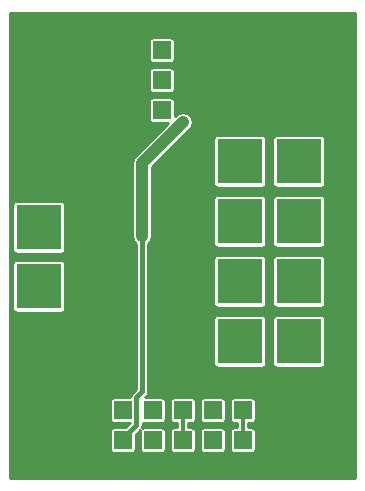
<source format=gbr>
G04 #@! TF.FileFunction,Copper,L1,Top,Signal*
%FSLAX46Y46*%
G04 Gerber Fmt 4.6, Leading zero omitted, Abs format (unit mm)*
G04 Created by KiCad (PCBNEW (2015-05-13 BZR 5653)-product) date 7. 1. 2016 11:06:17*
%MOMM*%
G01*
G04 APERTURE LIST*
%ADD10C,0.300000*%
%ADD11R,1.524000X1.524000*%
%ADD12R,3.810000X3.810000*%
%ADD13C,6.000000*%
%ADD14C,0.500000*%
%ADD15C,0.600000*%
%ADD16C,0.400000*%
%ADD17C,1.000000*%
%ADD18C,0.254000*%
G04 APERTURE END LIST*
D10*
D11*
X10922000Y34290000D03*
X10922000Y36830000D03*
X13462000Y34290000D03*
X13462000Y36830000D03*
X16002000Y34290000D03*
X16002000Y36830000D03*
X12700000Y3810000D03*
X12700000Y6350000D03*
X17780000Y3810000D03*
X17780000Y6350000D03*
X15240000Y3810000D03*
X15240000Y6350000D03*
X20320000Y3810000D03*
X20320000Y6350000D03*
X10160000Y6350000D03*
X10160000Y3810000D03*
D12*
X25066000Y27432000D03*
X20066000Y27432000D03*
X25066000Y22352000D03*
X20066000Y22352000D03*
X25066000Y17272000D03*
X20066000Y17272000D03*
X25066000Y12192000D03*
X20066000Y12192000D03*
X3048000Y16844000D03*
X3048000Y21844000D03*
X8128000Y16844000D03*
X8128000Y21844000D03*
D13*
X5080000Y35560000D03*
X25400000Y5080000D03*
X5080000Y5080000D03*
X25400000Y35560000D03*
D14*
X14224000Y18604000D03*
X14224000Y20004000D03*
X14224000Y19304000D03*
D11*
X13462000Y31750000D03*
D15*
X11811000Y21082000D03*
X15245627Y30739627D03*
X13716000Y21336000D03*
X13716000Y22225000D03*
X13716000Y22987000D03*
X7620000Y29337000D03*
X5969000Y28956000D03*
X5842000Y26797000D03*
X7620000Y26924000D03*
X6858000Y28067000D03*
X14478000Y16637000D03*
X14478000Y14732000D03*
X14605000Y12192000D03*
X20193000Y32639000D03*
X28829000Y30734000D03*
X28829000Y31750000D03*
X28829000Y32766000D03*
D16*
X11811000Y7959002D02*
X11322001Y7470003D01*
X11811000Y21082000D02*
X11811000Y7959002D01*
X10292034Y4064000D02*
X11322000Y5093966D01*
X10160000Y4064000D02*
X10292034Y4064000D01*
X11322001Y7470003D02*
X11322000Y5093966D01*
D17*
X11811000Y27305000D02*
X11811000Y21082000D01*
X15245627Y30739627D02*
X11811000Y27305000D01*
D16*
X14224000Y20828000D02*
X13716000Y21336000D01*
X14224000Y20004000D02*
X14224000Y20828000D01*
X13716000Y22225000D02*
X13716000Y22987000D01*
X6350000Y29337000D02*
X5969000Y28956000D01*
X7620000Y29337000D02*
X6350000Y29337000D01*
X7493000Y26797000D02*
X7620000Y26924000D01*
X5842000Y26797000D02*
X7493000Y26797000D01*
X14224000Y16891000D02*
X14478000Y16637000D01*
X14224000Y18604000D02*
X14224000Y16891000D01*
X14478000Y12319000D02*
X14605000Y12192000D01*
X14478000Y14732000D02*
X14478000Y12319000D01*
X22098000Y30734000D02*
X28829000Y30734000D01*
X20193000Y32639000D02*
X22098000Y30734000D01*
X28829000Y31750000D02*
X28829000Y32766000D01*
D10*
X15240000Y6350000D02*
X15240000Y3810000D01*
X20320000Y3810000D02*
X20320000Y6350000D01*
D18*
G36*
X29849000Y631000D02*
X27304406Y631000D01*
X27304406Y10287000D01*
X27304406Y14097000D01*
X27304406Y15367000D01*
X27304406Y19177000D01*
X27304406Y20447000D01*
X27304406Y24257000D01*
X27304406Y25527000D01*
X27304406Y29337000D01*
X27280215Y29461684D01*
X27208229Y29571270D01*
X27099555Y29644625D01*
X26971000Y29670406D01*
X23161000Y29670406D01*
X23036316Y29646215D01*
X22926730Y29574229D01*
X22853375Y29465555D01*
X22827594Y29337000D01*
X22827594Y25527000D01*
X22851785Y25402316D01*
X22923771Y25292730D01*
X23032445Y25219375D01*
X23161000Y25193594D01*
X26971000Y25193594D01*
X27095684Y25217785D01*
X27205270Y25289771D01*
X27278625Y25398445D01*
X27304406Y25527000D01*
X27304406Y24257000D01*
X27280215Y24381684D01*
X27208229Y24491270D01*
X27099555Y24564625D01*
X26971000Y24590406D01*
X23161000Y24590406D01*
X23036316Y24566215D01*
X22926730Y24494229D01*
X22853375Y24385555D01*
X22827594Y24257000D01*
X22827594Y20447000D01*
X22851785Y20322316D01*
X22923771Y20212730D01*
X23032445Y20139375D01*
X23161000Y20113594D01*
X26971000Y20113594D01*
X27095684Y20137785D01*
X27205270Y20209771D01*
X27278625Y20318445D01*
X27304406Y20447000D01*
X27304406Y19177000D01*
X27280215Y19301684D01*
X27208229Y19411270D01*
X27099555Y19484625D01*
X26971000Y19510406D01*
X23161000Y19510406D01*
X23036316Y19486215D01*
X22926730Y19414229D01*
X22853375Y19305555D01*
X22827594Y19177000D01*
X22827594Y15367000D01*
X22851785Y15242316D01*
X22923771Y15132730D01*
X23032445Y15059375D01*
X23161000Y15033594D01*
X26971000Y15033594D01*
X27095684Y15057785D01*
X27205270Y15129771D01*
X27278625Y15238445D01*
X27304406Y15367000D01*
X27304406Y14097000D01*
X27280215Y14221684D01*
X27208229Y14331270D01*
X27099555Y14404625D01*
X26971000Y14430406D01*
X23161000Y14430406D01*
X23036316Y14406215D01*
X22926730Y14334229D01*
X22853375Y14225555D01*
X22827594Y14097000D01*
X22827594Y10287000D01*
X22851785Y10162316D01*
X22923771Y10052730D01*
X23032445Y9979375D01*
X23161000Y9953594D01*
X26971000Y9953594D01*
X27095684Y9977785D01*
X27205270Y10049771D01*
X27278625Y10158445D01*
X27304406Y10287000D01*
X27304406Y631000D01*
X22304406Y631000D01*
X22304406Y10287000D01*
X22304406Y14097000D01*
X22304406Y15367000D01*
X22304406Y19177000D01*
X22304406Y20447000D01*
X22304406Y24257000D01*
X22304406Y25527000D01*
X22304406Y29337000D01*
X22280215Y29461684D01*
X22208229Y29571270D01*
X22099555Y29644625D01*
X21971000Y29670406D01*
X18161000Y29670406D01*
X18036316Y29646215D01*
X17926730Y29574229D01*
X17853375Y29465555D01*
X17827594Y29337000D01*
X17827594Y25527000D01*
X17851785Y25402316D01*
X17923771Y25292730D01*
X18032445Y25219375D01*
X18161000Y25193594D01*
X21971000Y25193594D01*
X22095684Y25217785D01*
X22205270Y25289771D01*
X22278625Y25398445D01*
X22304406Y25527000D01*
X22304406Y24257000D01*
X22280215Y24381684D01*
X22208229Y24491270D01*
X22099555Y24564625D01*
X21971000Y24590406D01*
X18161000Y24590406D01*
X18036316Y24566215D01*
X17926730Y24494229D01*
X17853375Y24385555D01*
X17827594Y24257000D01*
X17827594Y20447000D01*
X17851785Y20322316D01*
X17923771Y20212730D01*
X18032445Y20139375D01*
X18161000Y20113594D01*
X21971000Y20113594D01*
X22095684Y20137785D01*
X22205270Y20209771D01*
X22278625Y20318445D01*
X22304406Y20447000D01*
X22304406Y19177000D01*
X22280215Y19301684D01*
X22208229Y19411270D01*
X22099555Y19484625D01*
X21971000Y19510406D01*
X18161000Y19510406D01*
X18036316Y19486215D01*
X17926730Y19414229D01*
X17853375Y19305555D01*
X17827594Y19177000D01*
X17827594Y15367000D01*
X17851785Y15242316D01*
X17923771Y15132730D01*
X18032445Y15059375D01*
X18161000Y15033594D01*
X21971000Y15033594D01*
X22095684Y15057785D01*
X22205270Y15129771D01*
X22278625Y15238445D01*
X22304406Y15367000D01*
X22304406Y14097000D01*
X22280215Y14221684D01*
X22208229Y14331270D01*
X22099555Y14404625D01*
X21971000Y14430406D01*
X18161000Y14430406D01*
X18036316Y14406215D01*
X17926730Y14334229D01*
X17853375Y14225555D01*
X17827594Y14097000D01*
X17827594Y10287000D01*
X17851785Y10162316D01*
X17923771Y10052730D01*
X18032445Y9979375D01*
X18161000Y9953594D01*
X21971000Y9953594D01*
X22095684Y9977785D01*
X22205270Y10049771D01*
X22278625Y10158445D01*
X22304406Y10287000D01*
X22304406Y631000D01*
X21415406Y631000D01*
X21415406Y3048000D01*
X21415406Y4572000D01*
X21391215Y4696684D01*
X21319229Y4806270D01*
X21210555Y4879625D01*
X21082000Y4905406D01*
X20797000Y4905406D01*
X20797000Y5254594D01*
X21082000Y5254594D01*
X21206684Y5278785D01*
X21316270Y5350771D01*
X21389625Y5459445D01*
X21415406Y5588000D01*
X21415406Y7112000D01*
X21391215Y7236684D01*
X21319229Y7346270D01*
X21210555Y7419625D01*
X21082000Y7445406D01*
X19558000Y7445406D01*
X19433316Y7421215D01*
X19323730Y7349229D01*
X19250375Y7240555D01*
X19224594Y7112000D01*
X19224594Y5588000D01*
X19248785Y5463316D01*
X19320771Y5353730D01*
X19429445Y5280375D01*
X19558000Y5254594D01*
X19843000Y5254594D01*
X19843000Y4905406D01*
X19558000Y4905406D01*
X19433316Y4881215D01*
X19323730Y4809229D01*
X19250375Y4700555D01*
X19224594Y4572000D01*
X19224594Y3048000D01*
X19248785Y2923316D01*
X19320771Y2813730D01*
X19429445Y2740375D01*
X19558000Y2714594D01*
X21082000Y2714594D01*
X21206684Y2738785D01*
X21316270Y2810771D01*
X21389625Y2919445D01*
X21415406Y3048000D01*
X21415406Y631000D01*
X18875406Y631000D01*
X18875406Y3048000D01*
X18875406Y4572000D01*
X18875406Y5588000D01*
X18875406Y7112000D01*
X18851215Y7236684D01*
X18779229Y7346270D01*
X18670555Y7419625D01*
X18542000Y7445406D01*
X17018000Y7445406D01*
X16893316Y7421215D01*
X16783730Y7349229D01*
X16710375Y7240555D01*
X16684594Y7112000D01*
X16684594Y5588000D01*
X16708785Y5463316D01*
X16780771Y5353730D01*
X16889445Y5280375D01*
X17018000Y5254594D01*
X18542000Y5254594D01*
X18666684Y5278785D01*
X18776270Y5350771D01*
X18849625Y5459445D01*
X18875406Y5588000D01*
X18875406Y4572000D01*
X18851215Y4696684D01*
X18779229Y4806270D01*
X18670555Y4879625D01*
X18542000Y4905406D01*
X17018000Y4905406D01*
X16893316Y4881215D01*
X16783730Y4809229D01*
X16710375Y4700555D01*
X16684594Y4572000D01*
X16684594Y3048000D01*
X16708785Y2923316D01*
X16780771Y2813730D01*
X16889445Y2740375D01*
X17018000Y2714594D01*
X18542000Y2714594D01*
X18666684Y2738785D01*
X18776270Y2810771D01*
X18849625Y2919445D01*
X18875406Y3048000D01*
X18875406Y631000D01*
X16335406Y631000D01*
X16335406Y3048000D01*
X16335406Y4572000D01*
X16311215Y4696684D01*
X16239229Y4806270D01*
X16130555Y4879625D01*
X16002000Y4905406D01*
X15717000Y4905406D01*
X15717000Y5254594D01*
X16002000Y5254594D01*
X16126684Y5278785D01*
X16236270Y5350771D01*
X16309625Y5459445D01*
X16335406Y5588000D01*
X16335406Y7112000D01*
X16311215Y7236684D01*
X16239229Y7346270D01*
X16130555Y7419625D01*
X16072627Y7431242D01*
X16072627Y30739627D01*
X16009675Y31056106D01*
X15830404Y31324404D01*
X15562106Y31503675D01*
X15245627Y31566627D01*
X14929148Y31503675D01*
X14660850Y31324404D01*
X14557406Y31220960D01*
X14557406Y32512000D01*
X14557406Y33528000D01*
X14557406Y35052000D01*
X14557406Y36068000D01*
X14557406Y37592000D01*
X14533215Y37716684D01*
X14461229Y37826270D01*
X14352555Y37899625D01*
X14224000Y37925406D01*
X12700000Y37925406D01*
X12575316Y37901215D01*
X12465730Y37829229D01*
X12392375Y37720555D01*
X12366594Y37592000D01*
X12366594Y36068000D01*
X12390785Y35943316D01*
X12462771Y35833730D01*
X12571445Y35760375D01*
X12700000Y35734594D01*
X14224000Y35734594D01*
X14348684Y35758785D01*
X14458270Y35830771D01*
X14531625Y35939445D01*
X14557406Y36068000D01*
X14557406Y35052000D01*
X14533215Y35176684D01*
X14461229Y35286270D01*
X14352555Y35359625D01*
X14224000Y35385406D01*
X12700000Y35385406D01*
X12575316Y35361215D01*
X12465730Y35289229D01*
X12392375Y35180555D01*
X12366594Y35052000D01*
X12366594Y33528000D01*
X12390785Y33403316D01*
X12462771Y33293730D01*
X12571445Y33220375D01*
X12700000Y33194594D01*
X14224000Y33194594D01*
X14348684Y33218785D01*
X14458270Y33290771D01*
X14531625Y33399445D01*
X14557406Y33528000D01*
X14557406Y32512000D01*
X14533215Y32636684D01*
X14461229Y32746270D01*
X14352555Y32819625D01*
X14224000Y32845406D01*
X12700000Y32845406D01*
X12575316Y32821215D01*
X12465730Y32749229D01*
X12392375Y32640555D01*
X12366594Y32512000D01*
X12366594Y30988000D01*
X12390785Y30863316D01*
X12462771Y30753730D01*
X12571445Y30680375D01*
X12700000Y30654594D01*
X13991040Y30654594D01*
X11226223Y27889777D01*
X11046952Y27621479D01*
X10984000Y27305000D01*
X10984000Y21082000D01*
X11046952Y20765521D01*
X11226223Y20497223D01*
X11284000Y20458617D01*
X11284000Y8177292D01*
X10949356Y7842648D01*
X10835116Y7671678D01*
X10795001Y7470003D01*
X10795000Y7445406D01*
X9398000Y7445406D01*
X9273316Y7421215D01*
X9163730Y7349229D01*
X9090375Y7240555D01*
X9064594Y7112000D01*
X9064594Y5588000D01*
X9088785Y5463316D01*
X9160771Y5353730D01*
X9269445Y5280375D01*
X9398000Y5254594D01*
X10737338Y5254594D01*
X10388150Y4905406D01*
X9398000Y4905406D01*
X9273316Y4881215D01*
X9163730Y4809229D01*
X9090375Y4700555D01*
X9064594Y4572000D01*
X9064594Y3048000D01*
X9088785Y2923316D01*
X9160771Y2813730D01*
X9269445Y2740375D01*
X9398000Y2714594D01*
X10922000Y2714594D01*
X11046684Y2738785D01*
X11156270Y2810771D01*
X11229625Y2919445D01*
X11255406Y3048000D01*
X11255406Y4282082D01*
X11619461Y4646138D01*
X11604594Y4572000D01*
X11604594Y3048000D01*
X11628785Y2923316D01*
X11700771Y2813730D01*
X11809445Y2740375D01*
X11938000Y2714594D01*
X13462000Y2714594D01*
X13586684Y2738785D01*
X13696270Y2810771D01*
X13769625Y2919445D01*
X13795406Y3048000D01*
X13795406Y4572000D01*
X13771215Y4696684D01*
X13699229Y4806270D01*
X13590555Y4879625D01*
X13462000Y4905406D01*
X11938000Y4905406D01*
X11813316Y4881215D01*
X11792228Y4867363D01*
X11808885Y4892291D01*
X11808885Y4892292D01*
X11849000Y5093966D01*
X11849000Y5272443D01*
X11938000Y5254594D01*
X13462000Y5254594D01*
X13586684Y5278785D01*
X13696270Y5350771D01*
X13769625Y5459445D01*
X13795406Y5588000D01*
X13795406Y7112000D01*
X13771215Y7236684D01*
X13699229Y7346270D01*
X13590555Y7419625D01*
X13462000Y7445406D01*
X12042694Y7445406D01*
X12183645Y7586357D01*
X12297885Y7757327D01*
X12297885Y7757328D01*
X12338000Y7959002D01*
X12338000Y20458618D01*
X12395777Y20497223D01*
X12575048Y20765521D01*
X12638000Y21082000D01*
X12638000Y26962446D01*
X15830404Y30154850D01*
X16009675Y30423148D01*
X16072627Y30739627D01*
X16072627Y7431242D01*
X16002000Y7445406D01*
X14478000Y7445406D01*
X14353316Y7421215D01*
X14243730Y7349229D01*
X14170375Y7240555D01*
X14144594Y7112000D01*
X14144594Y5588000D01*
X14168785Y5463316D01*
X14240771Y5353730D01*
X14349445Y5280375D01*
X14478000Y5254594D01*
X14763000Y5254594D01*
X14763000Y4905406D01*
X14478000Y4905406D01*
X14353316Y4881215D01*
X14243730Y4809229D01*
X14170375Y4700555D01*
X14144594Y4572000D01*
X14144594Y3048000D01*
X14168785Y2923316D01*
X14240771Y2813730D01*
X14349445Y2740375D01*
X14478000Y2714594D01*
X16002000Y2714594D01*
X16126684Y2738785D01*
X16236270Y2810771D01*
X16309625Y2919445D01*
X16335406Y3048000D01*
X16335406Y631000D01*
X5286406Y631000D01*
X5286406Y14939000D01*
X5286406Y18749000D01*
X5286406Y19939000D01*
X5286406Y23749000D01*
X5262215Y23873684D01*
X5190229Y23983270D01*
X5081555Y24056625D01*
X4953000Y24082406D01*
X1143000Y24082406D01*
X1018316Y24058215D01*
X908730Y23986229D01*
X835375Y23877555D01*
X809594Y23749000D01*
X809594Y19939000D01*
X833785Y19814316D01*
X905771Y19704730D01*
X1014445Y19631375D01*
X1143000Y19605594D01*
X4953000Y19605594D01*
X5077684Y19629785D01*
X5187270Y19701771D01*
X5260625Y19810445D01*
X5286406Y19939000D01*
X5286406Y18749000D01*
X5262215Y18873684D01*
X5190229Y18983270D01*
X5081555Y19056625D01*
X4953000Y19082406D01*
X1143000Y19082406D01*
X1018316Y19058215D01*
X908730Y18986229D01*
X835375Y18877555D01*
X809594Y18749000D01*
X809594Y14939000D01*
X833785Y14814316D01*
X905771Y14704730D01*
X1014445Y14631375D01*
X1143000Y14605594D01*
X4953000Y14605594D01*
X5077684Y14629785D01*
X5187270Y14701771D01*
X5260625Y14810445D01*
X5286406Y14939000D01*
X5286406Y631000D01*
X631000Y631000D01*
X631000Y40009000D01*
X29849000Y40009000D01*
X29849000Y631000D01*
X29849000Y631000D01*
G37*
X29849000Y631000D02*
X27304406Y631000D01*
X27304406Y10287000D01*
X27304406Y14097000D01*
X27304406Y15367000D01*
X27304406Y19177000D01*
X27304406Y20447000D01*
X27304406Y24257000D01*
X27304406Y25527000D01*
X27304406Y29337000D01*
X27280215Y29461684D01*
X27208229Y29571270D01*
X27099555Y29644625D01*
X26971000Y29670406D01*
X23161000Y29670406D01*
X23036316Y29646215D01*
X22926730Y29574229D01*
X22853375Y29465555D01*
X22827594Y29337000D01*
X22827594Y25527000D01*
X22851785Y25402316D01*
X22923771Y25292730D01*
X23032445Y25219375D01*
X23161000Y25193594D01*
X26971000Y25193594D01*
X27095684Y25217785D01*
X27205270Y25289771D01*
X27278625Y25398445D01*
X27304406Y25527000D01*
X27304406Y24257000D01*
X27280215Y24381684D01*
X27208229Y24491270D01*
X27099555Y24564625D01*
X26971000Y24590406D01*
X23161000Y24590406D01*
X23036316Y24566215D01*
X22926730Y24494229D01*
X22853375Y24385555D01*
X22827594Y24257000D01*
X22827594Y20447000D01*
X22851785Y20322316D01*
X22923771Y20212730D01*
X23032445Y20139375D01*
X23161000Y20113594D01*
X26971000Y20113594D01*
X27095684Y20137785D01*
X27205270Y20209771D01*
X27278625Y20318445D01*
X27304406Y20447000D01*
X27304406Y19177000D01*
X27280215Y19301684D01*
X27208229Y19411270D01*
X27099555Y19484625D01*
X26971000Y19510406D01*
X23161000Y19510406D01*
X23036316Y19486215D01*
X22926730Y19414229D01*
X22853375Y19305555D01*
X22827594Y19177000D01*
X22827594Y15367000D01*
X22851785Y15242316D01*
X22923771Y15132730D01*
X23032445Y15059375D01*
X23161000Y15033594D01*
X26971000Y15033594D01*
X27095684Y15057785D01*
X27205270Y15129771D01*
X27278625Y15238445D01*
X27304406Y15367000D01*
X27304406Y14097000D01*
X27280215Y14221684D01*
X27208229Y14331270D01*
X27099555Y14404625D01*
X26971000Y14430406D01*
X23161000Y14430406D01*
X23036316Y14406215D01*
X22926730Y14334229D01*
X22853375Y14225555D01*
X22827594Y14097000D01*
X22827594Y10287000D01*
X22851785Y10162316D01*
X22923771Y10052730D01*
X23032445Y9979375D01*
X23161000Y9953594D01*
X26971000Y9953594D01*
X27095684Y9977785D01*
X27205270Y10049771D01*
X27278625Y10158445D01*
X27304406Y10287000D01*
X27304406Y631000D01*
X22304406Y631000D01*
X22304406Y10287000D01*
X22304406Y14097000D01*
X22304406Y15367000D01*
X22304406Y19177000D01*
X22304406Y20447000D01*
X22304406Y24257000D01*
X22304406Y25527000D01*
X22304406Y29337000D01*
X22280215Y29461684D01*
X22208229Y29571270D01*
X22099555Y29644625D01*
X21971000Y29670406D01*
X18161000Y29670406D01*
X18036316Y29646215D01*
X17926730Y29574229D01*
X17853375Y29465555D01*
X17827594Y29337000D01*
X17827594Y25527000D01*
X17851785Y25402316D01*
X17923771Y25292730D01*
X18032445Y25219375D01*
X18161000Y25193594D01*
X21971000Y25193594D01*
X22095684Y25217785D01*
X22205270Y25289771D01*
X22278625Y25398445D01*
X22304406Y25527000D01*
X22304406Y24257000D01*
X22280215Y24381684D01*
X22208229Y24491270D01*
X22099555Y24564625D01*
X21971000Y24590406D01*
X18161000Y24590406D01*
X18036316Y24566215D01*
X17926730Y24494229D01*
X17853375Y24385555D01*
X17827594Y24257000D01*
X17827594Y20447000D01*
X17851785Y20322316D01*
X17923771Y20212730D01*
X18032445Y20139375D01*
X18161000Y20113594D01*
X21971000Y20113594D01*
X22095684Y20137785D01*
X22205270Y20209771D01*
X22278625Y20318445D01*
X22304406Y20447000D01*
X22304406Y19177000D01*
X22280215Y19301684D01*
X22208229Y19411270D01*
X22099555Y19484625D01*
X21971000Y19510406D01*
X18161000Y19510406D01*
X18036316Y19486215D01*
X17926730Y19414229D01*
X17853375Y19305555D01*
X17827594Y19177000D01*
X17827594Y15367000D01*
X17851785Y15242316D01*
X17923771Y15132730D01*
X18032445Y15059375D01*
X18161000Y15033594D01*
X21971000Y15033594D01*
X22095684Y15057785D01*
X22205270Y15129771D01*
X22278625Y15238445D01*
X22304406Y15367000D01*
X22304406Y14097000D01*
X22280215Y14221684D01*
X22208229Y14331270D01*
X22099555Y14404625D01*
X21971000Y14430406D01*
X18161000Y14430406D01*
X18036316Y14406215D01*
X17926730Y14334229D01*
X17853375Y14225555D01*
X17827594Y14097000D01*
X17827594Y10287000D01*
X17851785Y10162316D01*
X17923771Y10052730D01*
X18032445Y9979375D01*
X18161000Y9953594D01*
X21971000Y9953594D01*
X22095684Y9977785D01*
X22205270Y10049771D01*
X22278625Y10158445D01*
X22304406Y10287000D01*
X22304406Y631000D01*
X21415406Y631000D01*
X21415406Y3048000D01*
X21415406Y4572000D01*
X21391215Y4696684D01*
X21319229Y4806270D01*
X21210555Y4879625D01*
X21082000Y4905406D01*
X20797000Y4905406D01*
X20797000Y5254594D01*
X21082000Y5254594D01*
X21206684Y5278785D01*
X21316270Y5350771D01*
X21389625Y5459445D01*
X21415406Y5588000D01*
X21415406Y7112000D01*
X21391215Y7236684D01*
X21319229Y7346270D01*
X21210555Y7419625D01*
X21082000Y7445406D01*
X19558000Y7445406D01*
X19433316Y7421215D01*
X19323730Y7349229D01*
X19250375Y7240555D01*
X19224594Y7112000D01*
X19224594Y5588000D01*
X19248785Y5463316D01*
X19320771Y5353730D01*
X19429445Y5280375D01*
X19558000Y5254594D01*
X19843000Y5254594D01*
X19843000Y4905406D01*
X19558000Y4905406D01*
X19433316Y4881215D01*
X19323730Y4809229D01*
X19250375Y4700555D01*
X19224594Y4572000D01*
X19224594Y3048000D01*
X19248785Y2923316D01*
X19320771Y2813730D01*
X19429445Y2740375D01*
X19558000Y2714594D01*
X21082000Y2714594D01*
X21206684Y2738785D01*
X21316270Y2810771D01*
X21389625Y2919445D01*
X21415406Y3048000D01*
X21415406Y631000D01*
X18875406Y631000D01*
X18875406Y3048000D01*
X18875406Y4572000D01*
X18875406Y5588000D01*
X18875406Y7112000D01*
X18851215Y7236684D01*
X18779229Y7346270D01*
X18670555Y7419625D01*
X18542000Y7445406D01*
X17018000Y7445406D01*
X16893316Y7421215D01*
X16783730Y7349229D01*
X16710375Y7240555D01*
X16684594Y7112000D01*
X16684594Y5588000D01*
X16708785Y5463316D01*
X16780771Y5353730D01*
X16889445Y5280375D01*
X17018000Y5254594D01*
X18542000Y5254594D01*
X18666684Y5278785D01*
X18776270Y5350771D01*
X18849625Y5459445D01*
X18875406Y5588000D01*
X18875406Y4572000D01*
X18851215Y4696684D01*
X18779229Y4806270D01*
X18670555Y4879625D01*
X18542000Y4905406D01*
X17018000Y4905406D01*
X16893316Y4881215D01*
X16783730Y4809229D01*
X16710375Y4700555D01*
X16684594Y4572000D01*
X16684594Y3048000D01*
X16708785Y2923316D01*
X16780771Y2813730D01*
X16889445Y2740375D01*
X17018000Y2714594D01*
X18542000Y2714594D01*
X18666684Y2738785D01*
X18776270Y2810771D01*
X18849625Y2919445D01*
X18875406Y3048000D01*
X18875406Y631000D01*
X16335406Y631000D01*
X16335406Y3048000D01*
X16335406Y4572000D01*
X16311215Y4696684D01*
X16239229Y4806270D01*
X16130555Y4879625D01*
X16002000Y4905406D01*
X15717000Y4905406D01*
X15717000Y5254594D01*
X16002000Y5254594D01*
X16126684Y5278785D01*
X16236270Y5350771D01*
X16309625Y5459445D01*
X16335406Y5588000D01*
X16335406Y7112000D01*
X16311215Y7236684D01*
X16239229Y7346270D01*
X16130555Y7419625D01*
X16072627Y7431242D01*
X16072627Y30739627D01*
X16009675Y31056106D01*
X15830404Y31324404D01*
X15562106Y31503675D01*
X15245627Y31566627D01*
X14929148Y31503675D01*
X14660850Y31324404D01*
X14557406Y31220960D01*
X14557406Y32512000D01*
X14557406Y33528000D01*
X14557406Y35052000D01*
X14557406Y36068000D01*
X14557406Y37592000D01*
X14533215Y37716684D01*
X14461229Y37826270D01*
X14352555Y37899625D01*
X14224000Y37925406D01*
X12700000Y37925406D01*
X12575316Y37901215D01*
X12465730Y37829229D01*
X12392375Y37720555D01*
X12366594Y37592000D01*
X12366594Y36068000D01*
X12390785Y35943316D01*
X12462771Y35833730D01*
X12571445Y35760375D01*
X12700000Y35734594D01*
X14224000Y35734594D01*
X14348684Y35758785D01*
X14458270Y35830771D01*
X14531625Y35939445D01*
X14557406Y36068000D01*
X14557406Y35052000D01*
X14533215Y35176684D01*
X14461229Y35286270D01*
X14352555Y35359625D01*
X14224000Y35385406D01*
X12700000Y35385406D01*
X12575316Y35361215D01*
X12465730Y35289229D01*
X12392375Y35180555D01*
X12366594Y35052000D01*
X12366594Y33528000D01*
X12390785Y33403316D01*
X12462771Y33293730D01*
X12571445Y33220375D01*
X12700000Y33194594D01*
X14224000Y33194594D01*
X14348684Y33218785D01*
X14458270Y33290771D01*
X14531625Y33399445D01*
X14557406Y33528000D01*
X14557406Y32512000D01*
X14533215Y32636684D01*
X14461229Y32746270D01*
X14352555Y32819625D01*
X14224000Y32845406D01*
X12700000Y32845406D01*
X12575316Y32821215D01*
X12465730Y32749229D01*
X12392375Y32640555D01*
X12366594Y32512000D01*
X12366594Y30988000D01*
X12390785Y30863316D01*
X12462771Y30753730D01*
X12571445Y30680375D01*
X12700000Y30654594D01*
X13991040Y30654594D01*
X11226223Y27889777D01*
X11046952Y27621479D01*
X10984000Y27305000D01*
X10984000Y21082000D01*
X11046952Y20765521D01*
X11226223Y20497223D01*
X11284000Y20458617D01*
X11284000Y8177292D01*
X10949356Y7842648D01*
X10835116Y7671678D01*
X10795001Y7470003D01*
X10795000Y7445406D01*
X9398000Y7445406D01*
X9273316Y7421215D01*
X9163730Y7349229D01*
X9090375Y7240555D01*
X9064594Y7112000D01*
X9064594Y5588000D01*
X9088785Y5463316D01*
X9160771Y5353730D01*
X9269445Y5280375D01*
X9398000Y5254594D01*
X10737338Y5254594D01*
X10388150Y4905406D01*
X9398000Y4905406D01*
X9273316Y4881215D01*
X9163730Y4809229D01*
X9090375Y4700555D01*
X9064594Y4572000D01*
X9064594Y3048000D01*
X9088785Y2923316D01*
X9160771Y2813730D01*
X9269445Y2740375D01*
X9398000Y2714594D01*
X10922000Y2714594D01*
X11046684Y2738785D01*
X11156270Y2810771D01*
X11229625Y2919445D01*
X11255406Y3048000D01*
X11255406Y4282082D01*
X11619461Y4646138D01*
X11604594Y4572000D01*
X11604594Y3048000D01*
X11628785Y2923316D01*
X11700771Y2813730D01*
X11809445Y2740375D01*
X11938000Y2714594D01*
X13462000Y2714594D01*
X13586684Y2738785D01*
X13696270Y2810771D01*
X13769625Y2919445D01*
X13795406Y3048000D01*
X13795406Y4572000D01*
X13771215Y4696684D01*
X13699229Y4806270D01*
X13590555Y4879625D01*
X13462000Y4905406D01*
X11938000Y4905406D01*
X11813316Y4881215D01*
X11792228Y4867363D01*
X11808885Y4892291D01*
X11808885Y4892292D01*
X11849000Y5093966D01*
X11849000Y5272443D01*
X11938000Y5254594D01*
X13462000Y5254594D01*
X13586684Y5278785D01*
X13696270Y5350771D01*
X13769625Y5459445D01*
X13795406Y5588000D01*
X13795406Y7112000D01*
X13771215Y7236684D01*
X13699229Y7346270D01*
X13590555Y7419625D01*
X13462000Y7445406D01*
X12042694Y7445406D01*
X12183645Y7586357D01*
X12297885Y7757327D01*
X12297885Y7757328D01*
X12338000Y7959002D01*
X12338000Y20458618D01*
X12395777Y20497223D01*
X12575048Y20765521D01*
X12638000Y21082000D01*
X12638000Y26962446D01*
X15830404Y30154850D01*
X16009675Y30423148D01*
X16072627Y30739627D01*
X16072627Y7431242D01*
X16002000Y7445406D01*
X14478000Y7445406D01*
X14353316Y7421215D01*
X14243730Y7349229D01*
X14170375Y7240555D01*
X14144594Y7112000D01*
X14144594Y5588000D01*
X14168785Y5463316D01*
X14240771Y5353730D01*
X14349445Y5280375D01*
X14478000Y5254594D01*
X14763000Y5254594D01*
X14763000Y4905406D01*
X14478000Y4905406D01*
X14353316Y4881215D01*
X14243730Y4809229D01*
X14170375Y4700555D01*
X14144594Y4572000D01*
X14144594Y3048000D01*
X14168785Y2923316D01*
X14240771Y2813730D01*
X14349445Y2740375D01*
X14478000Y2714594D01*
X16002000Y2714594D01*
X16126684Y2738785D01*
X16236270Y2810771D01*
X16309625Y2919445D01*
X16335406Y3048000D01*
X16335406Y631000D01*
X5286406Y631000D01*
X5286406Y14939000D01*
X5286406Y18749000D01*
X5286406Y19939000D01*
X5286406Y23749000D01*
X5262215Y23873684D01*
X5190229Y23983270D01*
X5081555Y24056625D01*
X4953000Y24082406D01*
X1143000Y24082406D01*
X1018316Y24058215D01*
X908730Y23986229D01*
X835375Y23877555D01*
X809594Y23749000D01*
X809594Y19939000D01*
X833785Y19814316D01*
X905771Y19704730D01*
X1014445Y19631375D01*
X1143000Y19605594D01*
X4953000Y19605594D01*
X5077684Y19629785D01*
X5187270Y19701771D01*
X5260625Y19810445D01*
X5286406Y19939000D01*
X5286406Y18749000D01*
X5262215Y18873684D01*
X5190229Y18983270D01*
X5081555Y19056625D01*
X4953000Y19082406D01*
X1143000Y19082406D01*
X1018316Y19058215D01*
X908730Y18986229D01*
X835375Y18877555D01*
X809594Y18749000D01*
X809594Y14939000D01*
X833785Y14814316D01*
X905771Y14704730D01*
X1014445Y14631375D01*
X1143000Y14605594D01*
X4953000Y14605594D01*
X5077684Y14629785D01*
X5187270Y14701771D01*
X5260625Y14810445D01*
X5286406Y14939000D01*
X5286406Y631000D01*
X631000Y631000D01*
X631000Y40009000D01*
X29849000Y40009000D01*
X29849000Y631000D01*
M02*

</source>
